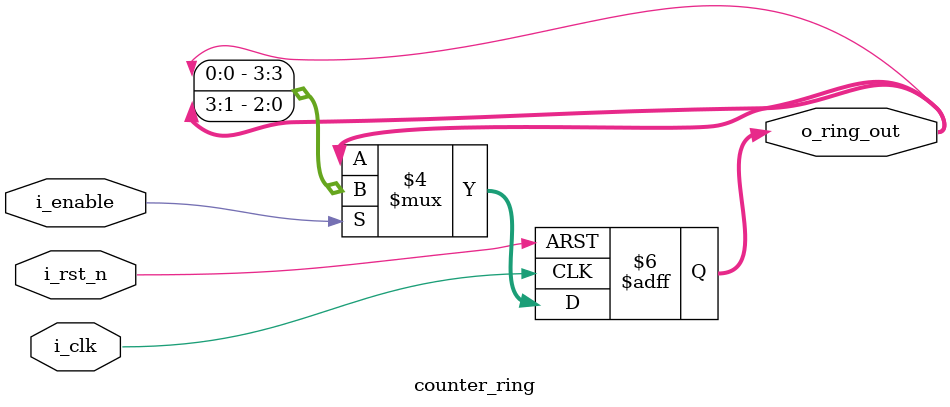
<source format=sv>
`timescale 1ns / 1ps

module counter_ring #(
    parameter int WIDTH = 4  // Width of the ring counter, determines the number of stages
)(
    input  wire            i_clk,      // Clock input
    input  wire            i_rst_n,    // Active low reset
    input  wire            i_enable,   // Counter enable
    output reg [WIDTH-1:0] o_ring_out  // Ring counter output
);

    // On reset, initialize the ring counter to have the first bit set and all others clear.
    // When enabled, rotate the bits to the right in each clock cycle.
    always @(posedge i_clk or negedge i_rst_n) begin
        if (!i_rst_n) begin
            o_ring_out <= 'b1;  // This should set the LSB, which is '1'
        end
        else if (i_enable) begin
            // Right rotate operation
            o_ring_out <= {o_ring_out[0], o_ring_out[WIDTH-1:1]};
        end
    end

    // Synopsys translate_off
    initial begin
        $dumpfile("waves.vcd");
        $dumpvars(0, counter_ring);
    end
    // Synopsys translate_on

endmodule : counter_ring

</source>
